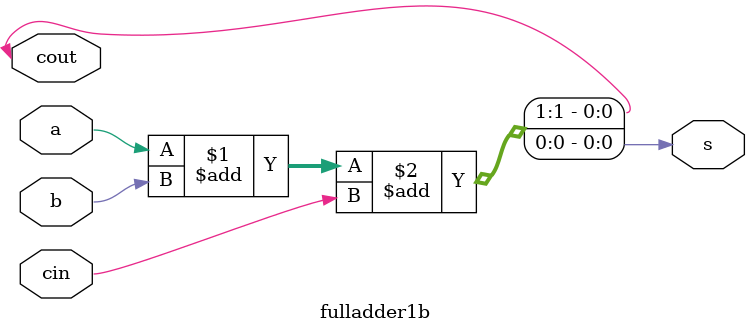
<source format=v>


//1bit full adder

module fulladder1b(
    input wire a,
    input wire b,
    input wire cin,
    output wire s,
    input wire cout
);

    assign {cout,s}=a+b+cin;
endmodule
</source>
